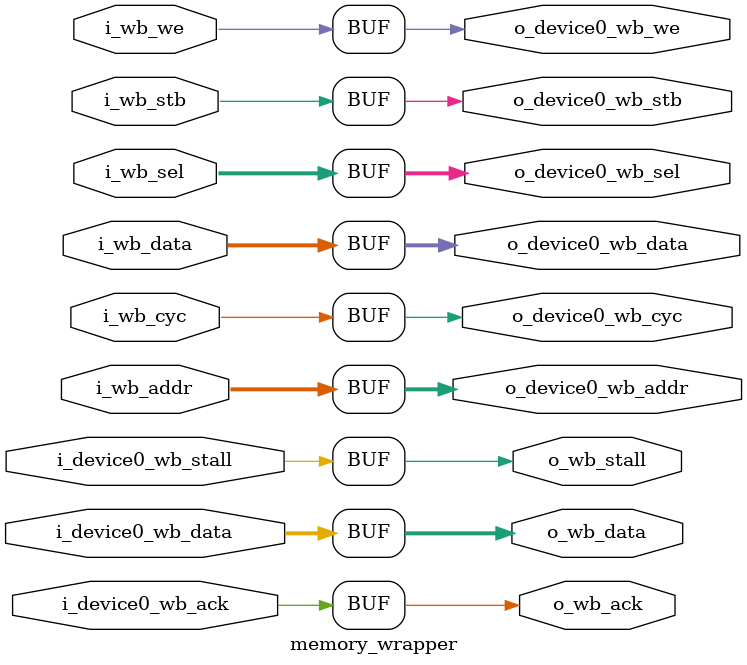
<source format=v>
module memory_wrapper (  //decodes address and access the corresponding memory-mapped device
    //RISC-V Core
    input wire i_wb_cyc,
    input wire i_wb_stb,
    input wire i_wb_we,
    input wire [31:0] i_wb_addr,
    input wire [31:0] i_wb_data,
    input wire [3:0] i_wb_sel,
    output reg o_wb_ack,
    output reg o_wb_stall,
    output reg [31:0] o_wb_data,

    //Device 0 Interface (RAM)
    output reg o_device0_wb_cyc,
    output reg o_device0_wb_stb,
    output reg o_device0_wb_we,
    output reg [31:0] o_device0_wb_addr,
    output reg [31:0] o_device0_wb_data,
    output reg [3:0] o_device0_wb_sel,
    input wire i_device0_wb_ack,
    input wire i_device0_wb_stall,
    input wire [31:0] i_device0_wb_data
);


  always @* begin
    o_wb_ack = 0;
    o_wb_stall = 0;
    o_wb_data = 0;

    o_device0_wb_cyc = 0;
    o_device0_wb_stb = 0;
    o_device0_wb_we = 0;
    o_device0_wb_addr = 0;
    o_device0_wb_data = 0;
    o_device0_wb_sel = 0;

    // Access RAM
    o_device0_wb_cyc = i_wb_cyc;
    o_device0_wb_stb = i_wb_stb;
    o_device0_wb_we = i_wb_we;
    o_device0_wb_addr = i_wb_addr;
    o_device0_wb_data = i_wb_data;
    o_device0_wb_sel = i_wb_sel;
    o_wb_ack = i_device0_wb_ack;
    o_wb_stall = i_device0_wb_stall;
    o_wb_data = i_device0_wb_data;
  end
endmodule

</source>
